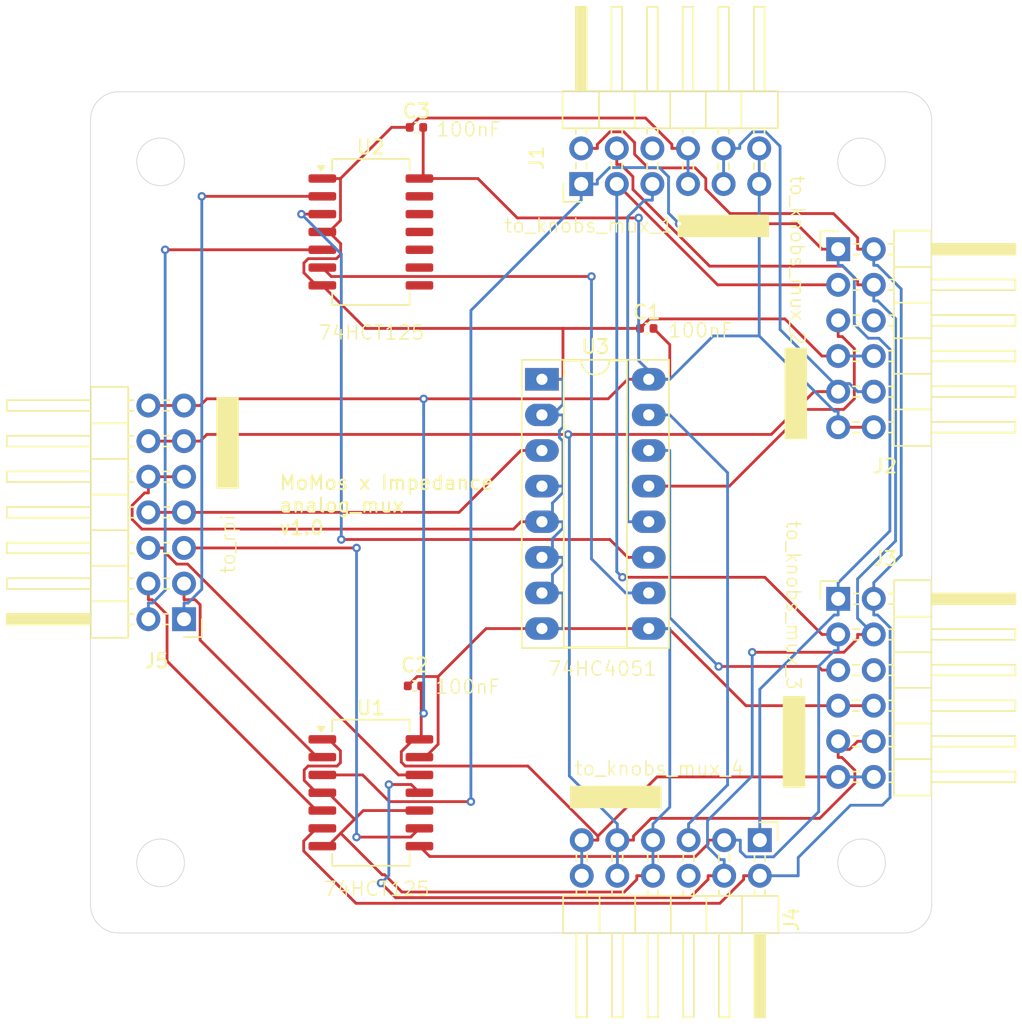
<source format=kicad_pcb>
(kicad_pcb (version 20240108) (generator "pcbnew") (generator_version "8.0")
  (layers (0 "F.Cu" signal) (31 "B.Cu" signal) (34 "B.Paste" user) (35 "F.Paste" user) (36 "B.SilkS" user "B.Silkscreen") (37 "F.SilkS" user "F.Silkscreen") (38 "B.Mask" user) (39 "F.Mask" user) (44 "Edge.Cuts" user))
  (net 0 "")
  (net 1 "+5V")
  (net 2 "GND")
  (net 3 "/knobs_sel_1_5V")
  (net 5 "/knobs_sel_0_5V")
  (net 6 "/knob_comm_1_3.3V")
  (net 7 "/knobs_sel_2_5V")
  (net 8 "+3.3V")
  (net 9 "/knobs_sel_3_5V")
  (net 10 "/knob_comm_2_3.3V")
  (net 13 "/knob_comm_3_3.3V")
  (net 15 "/knob_comm_4_3.3V")
  (net 16 "Net-(U3-S1)")
  (net 17 "Net-(U3-S0)")
  (net 18 "/mux_comm_3.3V")
  (net 19 "/knobs_sel_0_3.3V")
  (net 20 "/knobs_mux_sel_1_3.3V")
  (net 21 "/knobs_sel_1_3.3V")
  (net 22 "/knobs_mux_sel_0_3.3V")
  (net 23 "/knobs_sel_3_3.3V")
  (net 24 "/knobs_sel_2_3.3V")
  (footprint "Package_DIP:DIP-16_W7.62mm_Socket_LongPads" (layer "F.Cu") (at 132.2 120.51)
    (property "Reference" "U3")
    (property "Value" "4051" (hide yes))
  )
  (footprint "Capacitor_SMD:C_0402_1005Metric" (layer "F.Cu") (at 123.25 102.54)
    (property "Reference" "C3")
    (property "Value" "100n" (hide yes))
  )
  (footprint "Capacitor_SMD:C_0402_1005Metric" (layer "F.Cu") (at 123.11 142.38)
    (property "Reference" "C2")
    (property "Value" "100n" (hide yes))
  )
  (footprint "Connector_PinHeader_2.54mm:PinHeader_2x06_P2.54mm_Horizontal" (layer "F.Cu") (at 153.33 136.17)
    (property "Reference" "J3")
    (property "Value" "to_knobs_mux_3" (hide yes))
  )
  (footprint "Connector_PinHeader_2.54mm:PinHeader_2x06_P2.54mm_Horizontal" (layer "F.Cu") (at 153.33 111.23)
    (property "Reference" "J2")
    (property "Value" "to_knobs_mux_2" (hide yes))
  )
  (footprint "Connector_PinHeader_2.54mm:PinHeader_2x06_P2.54mm_Horizontal" (layer "F.Cu") (at 135 106.58 90)
    (property "Reference" "J1")
    (property "Value" "to_knobs_mux_1" (hide yes))
  )
  (footprint "Connector_PinHeader_2.54mm:PinHeader_2x06_P2.54mm_Horizontal" (layer "F.Cu") (at 147.74 153.38 -90)
    (property "Reference" "J4")
    (property "Value" "to_knobs_mux_4" (hide yes))
  )
  (footprint "Package_SO:SO-14_5.3x10.2mm_P1.27mm" (layer "F.Cu") (at 120 150)
    (property "Reference" "U1")
    (property "Value" "74HCT125" (hide yes))
  )
  (footprint "Connector_PinHeader_2.54mm:PinHeader_2x07_P2.54mm_Horizontal" (layer "F.Cu") (at 106.67 137.62 180)
    (property "Reference" "J5")
    (property "Value" "to_rpi" (hide yes))
  )
  (footprint "Capacitor_SMD:C_0402_1005Metric" (layer "F.Cu") (at 139.68 116.88)
    (property "Reference" "C1")
    (property "Value" "100n" (hide yes))
  )
  (footprint "Package_SO:SO-14_5.3x10.2mm_P1.27mm" (layer "F.Cu") (at 120 110)
    (property "Reference" "U2")
    (property "Value" "74LVC125" (hide yes))
  )
  (gr_rect (start 141.92 108.82) (end 148.35 110.32) (stroke (width 0.1)) (fill solid) (layer "F.SilkS"))
  (gr_rect (start 134.25 149.55) (end 140.68 151.05) (stroke (width 0.1)) (fill solid) (layer "F.SilkS"))
  (gr_poly (pts (xy 109.03 128.250001) (xy 109.03 121.820003) (xy 110.53 121.82) (xy 110.53 128.25)) (stroke (width 0.1)) (fill solid) (layer "F.SilkS"))
  (gr_poly (pts (xy 149.56 124.730001) (xy 149.56 118.300003) (xy 151.06 118.3) (xy 151.06 124.73)) (stroke (width 0.1)) (fill solid) (layer "F.SilkS"))
  (gr_poly (pts (xy 149.429999 149.580001) (xy 149.43 143.150003) (xy 150.93 143.15) (xy 150.93 149.58)) (stroke (width 0.1)) (fill solid) (layer "F.SilkS"))
  (gr_circle (center 105 105) (end 106.7 105) (stroke (width 0.05)) (fill none) (layer "Edge.Cuts"))
  (gr_arc (start 160 158) (mid 159.414214 159.414214) (end 158 160) (stroke (width 0.05)) (layer "Edge.Cuts"))
  (gr_line (start 100 158) (end 100 102) (stroke (width 0.05)) (layer "Edge.Cuts"))
  (gr_line (start 158 160) (end 102 160) (stroke (width 0.05)) (layer "Edge.Cuts"))
  (gr_arc (start 100 102) (mid 100.585786 100.585786) (end 102 100) (stroke (width 0.05)) (layer "Edge.Cuts"))
  (gr_arc (start 158 100) (mid 159.414214 100.585786) (end 160 102) (stroke (width 0.05)) (layer "Edge.Cuts"))
  (gr_circle (center 155 155) (end 156.7 155) (stroke (width 0.05)) (fill none) (layer "Edge.Cuts"))
  (gr_line (start 102 100) (end 158 100) (stroke (width 0.05)) (layer "Edge.Cuts"))
  (gr_arc (start 102 160) (mid 100.585786 159.414214) (end 100 158) (stroke (width 0.05)) (layer "Edge.Cuts"))
  (gr_line (start 160 102) (end 160 158) (stroke (width 0.05)) (layer "Edge.Cuts"))
  (gr_circle (center 155 105) (end 156.7 105) (stroke (width 0.05)) (fill none) (layer "Edge.Cuts"))
  (gr_circle (center 105 155) (end 106.7 155) (stroke (width 0.05)) (fill none) (layer "Edge.Cuts"))
  (gr_text "74HCT125\n" (at 116.18 117.76 0) (layer "F.SilkS") (effects (font (size 1 1) (thickness 0.1)) (justify left bottom)))
  (gr_text "to_knobs_mux_4" (at 134.46 148.85 0) (layer "F.SilkS") (effects (font (size 1 1) (thickness 0.1)) (justify left bottom)))
  (gr_text "100nF\n" (at 124.6 103.27 0) (layer "F.SilkS") (effects (font (size 1 1) (thickness 0.1)) (justify left bottom)))
  (gr_text "to_rpi\n" (at 110.4 134.44 90) (layer "F.SilkS") (effects (font (size 1 1) (thickness 0.1)) (justify left bottom)))
  (gr_text "to_knobs_mux_1" (at 129.45 110.13 0) (layer "F.SilkS") (effects (font (size 1 1) (thickness 0.1)) (justify left bottom)))
  (gr_text "100nF\n" (at 124.53 143.03 0) (layer "F.SilkS") (effects (font (size 1 1) (thickness 0.1)) (justify left bottom)))
  (gr_text "74HC4051" (at 132.57 141.74 0) (layer "F.SilkS") (effects (font (size 1 1) (thickness 0.1)) (justify left bottom)))
  (gr_text "to_knobs_mux_2" (at 149.84 105.89 -90) (layer "F.SilkS") (effects (font (size 1 1) (thickness 0.1)) (justify left bottom)))
  (gr_text "74HCT125\n" (at 116.56 157.44 0) (layer "F.SilkS") (effects (font (size 1 1) (thickness 0.1)) (justify left bottom)))
  (gr_text "100nF\n" (at 141.14 117.61 0) (layer "F.SilkS") (effects (font (size 1 1) (thickness 0.1)) (justify left bottom)))
  (gr_text "MoMos x Impedance\nanalog_mux\nv1.0" (at 113.39 131.69 0) (layer "F.SilkS") (effects (font (size 1 1)) (justify left bottom)))
  (gr_text "to_knobs_mux_3" (at 149.56 130.51 270) (layer "F.SilkS") (effects (font (size 1 1) (thickness 0.1)) (justify left bottom)))
  (segment (start 136.1917 153.38) (end 136.1917 153.0921) (width 0.2) (layer "F.Cu") (net 1))
  (segment (start 123.0482 146.19) (end 123.4625 146.19) (width 0.2) (layer "F.Cu") (net 1))
  (segment (start 153.33 123.93) (end 155.87 123.93) (width 0.2) (layer "F.Cu") (net 1))
  (segment (start 108.2991 121.9026) (end 123.764 121.9026) (width 0.2) (layer "F.Cu") (net 1))
  (segment (start 123.4625 146.19) (end 123.59 146.0625) (width 0.2) (layer "F.Cu") (net 1))
  (segment (start 104.13 122.38) (end 106.67 122.38) (width 0.2) (layer "F.Cu") (net 1))
  (segment (start 122.1693 147.0689) (end 123.0482 146.19) (width 0.2) (layer "F.Cu") (net 1))
  (segment (start 107.8217 122.38) (end 108.2991 121.9026) (width 0.2) (layer "F.Cu") (net 1))
  (segment (start 122.4492 148.095) (end 122.1693 147.8151) (width 0.2) (layer "F.Cu") (net 1))
  (segment (start 130.4408 108.9977) (end 127.6331 106.19) (width 0.2) (layer "F.Cu") (net 1))
  (segment (start 123.59 144.3331) (end 123.59 142.38) (width 0.2) (layer "F.Cu") (net 1))
  (segment (start 127.6331 106.19) (end 123.4625 106.19) (width 0.2) (layer "F.Cu") (net 1))
  (segment (start 136.1917 153.0921) (end 140.4138 148.87) (width 0.2) (layer "F.Cu") (net 1))
  (segment (start 141.3217 118.0417) (end 141.3217 120.51) (width 0.2) (layer "F.Cu") (net 1))
  (segment (start 106.67 122.38) (end 107.8217 122.38) (width 0.2) (layer "F.Cu") (net 1))
  (segment (start 139.82 120.51) (end 141.3217 120.51) (width 0.2) (layer "F.Cu") (net 1))
  (segment (start 123.764 121.9026) (end 136.9257 121.9026) (width 0.2) (layer "F.Cu") (net 1))
  (segment (start 123.59 146.0625) (end 123.59 144.3331) (width 0.2) (layer "F.Cu") (net 1))
  (segment (start 123.4625 106.19) (end 123.73 105.9225) (width 0.2) (layer "F.Cu") (net 1))
  (segment (start 136.9257 121.9026) (end 138.3183 120.51) (width 0.2) (layer "F.Cu") (net 1))
  (segment (start 136.1917 153.0921) (end 131.1946 148.095) (width 0.2) (layer "F.Cu") (net 1))
  (segment (start 139.1005 108.9977) (end 130.4408 108.9977) (width 0.2) (layer "F.Cu") (net 1))
  (segment (start 123.764 144.3331) (end 123.59 144.3331) (width 0.2) (layer "F.Cu") (net 1))
  (segment (start 131.1946 148.095) (end 122.4492 148.095) (width 0.2) (layer "F.Cu") (net 1))
  (segment (start 135.04 153.38) (end 136.1917 153.38) (width 0.2) (layer "F.Cu") (net 1))
  (segment (start 140.16 116.88) (end 141.3217 118.0417) (width 0.2) (layer "F.Cu") (net 1))
  (segment (start 123.73 105.9225) (end 123.73 102.54) (width 0.2) (layer "F.Cu") (net 1))
  (segment (start 122.1693 147.8151) (end 122.1693 147.0689) (width 0.2) (layer "F.Cu") (net 1))
  (segment (start 139.82 120.51) (end 138.3183 120.51) (width 0.2) (layer "F.Cu") (net 1))
  (segment (start 140.4138 148.87) (end 153.33 148.87) (width 0.2) (layer "F.Cu") (net 1))
  (via (at 139.1005 108.9977) (size 0.6) (drill 0.3) (layers "F.Cu" "B.Cu") (net 1))
  (via (at 123.764 144.3331) (size 0.6) (drill 0.3) (layers "F.Cu" "B.Cu") (net 1))
  (via (at 123.764 121.9026) (size 0.6) (drill 0.3) (layers "F.Cu" "B.Cu") (net 1))
  (segment (start 147.7 106.58) (end 147.7 104.04) (width 0.2) (layer "B.Cu") (net 1))
  (segment (start 147.7 106.58) (end 147.7 117.4168) (width 0.2) (layer "B.Cu") (net 1))
  (segment (start 144.4149 117.4168) (end 141.3217 120.51) (width 0.2) (layer "B.Cu") (net 1))
  (segment (start 147.7 117.4168) (end 153.0615 122.7783) (width 0.2) (layer "B.Cu") (net 1))
  (segment (start 139.82 120.51) (end 140.4259 120.51) (width 0.2) (layer "B.Cu") (net 1))
  (segment (start 153.0615 122.7783) (end 153.33 122.7783) (width 0.2) (layer "B.Cu") (net 1))
  (segment (start 147.7 117.4168) (end 144.4149 117.4168) (width 0.2) (layer "B.Cu") (net 1))
  (segment (start 153.33 123.93) (end 153.33 122.7783) (width 0.2) (layer "B.Cu") (net 1))
  (segment (start 140.4259 120.51) (end 141.3217 120.51) (width 0.2) (layer "B.Cu") (net 1))
  (segment (start 123.764 121.9026) (end 123.764 144.3331) (width 0.2) (layer "B.Cu") (net 1))
  (segment (start 153.33 148.87) (end 155.87 148.87) (width 0.2) (layer "B.Cu") (net 1))
  (segment (start 135.04 155.92) (end 135.04 153.38) (width 0.2) (layer "B.Cu") (net 1))
  (segment (start 139.1005 119.1846) (end 139.1005 108.9977) (width 0.2) (layer "B.Cu") (net 1))
  (segment (start 140.4259 120.51) (end 139.1005 119.1846) (width 0.2) (layer "B.Cu") (net 1))
  (segment (start 140.12 155.92) (end 138.9683 155.92) (width 0.2) (layer "F.Cu") (net 2))
  (segment (start 116.1186 113.81) (end 115.2215 112.9129) (width 0.2) (layer "F.Cu") (net 2))
  (segment (start 117.8294 106.19) (end 121.4794 102.54) (width 0.2) (layer "F.Cu") (net 2))
  (segment (start 124.7944 146.5418) (end 123.8762 147.46) (width 0.2) (layer "F.Cu") (net 2))
  (segment (start 115.5282 111.905) (end 117.5445 111.905) (width 0.2) (layer "F.Cu") (net 2))
  (segment (start 123.4373 101.8727) (end 122.77 102.54) (width 0.2) (layer "F.Cu") (net 2))
  (segment (start 141.4683 103.7521) (end 139.5889 101.8727) (width 0.2) (layer "F.Cu") (net 2))
  (segment (start 115.2443 149.1211) (end 116.1232 150) (width 0.2) (layer "F.Cu") (net 2))
  (segment (start 123.2985 141.7115) (end 124.7944 141.7115) (width 0.2) (layer "F.Cu") (net 2))
  (segment (start 116.5375 146.19) (end 117.006 146.19) (width 0.2) (layer "F.Cu") (net 2))
  (segment (start 115.2215 112.9129) (end 115.2215 112.2117) (width 0.2) (layer "F.Cu") (net 2))
  (segment (start 117.5914 148.095) (end 115.5241 148.095) (width 0.2) (layer "F.Cu") (net 2))
  (segment (start 138.0747 157.0821) (end 122.2156 157.0821) (width 0.2) (layer "F.Cu") (net 2))
  (segment (start 142.62 104.04) (end 141.4683 104.04) (width 0.2) (layer "F.Cu") (net 2))
  (segment (start 123.8762 147.46) (end 123.4625 147.46) (width 0.2) (layer "F.Cu") (net 2))
  (segment (start 139.82 138.29) (end 132.2 138.29) (width 0.2) (layer "F.Cu") (net 2))
  (segment (start 117.8434 152.8859) (end 118.8377 151.8916) (width 0.2) (layer "F.Cu") (net 2))
  (segment (start 117.8294 109.1797) (end 117.8294 106.19) (width 0.2) (layer "F.Cu") (net 2))
  (segment (start 155.87 143.79) (end 153.33 143.79) (width 0.2) (layer "F.Cu") (net 2))
  (segment (start 104.13 127.46) (end 106.67 127.46) (width 0.2) (layer "F.Cu") (net 2))
  (segment (start 140.2536 138.29) (end 139.82 138.29) (width 0.2) (layer "F.Cu") (net 2))
  (segment (start 116.5375 110) (end 117.0091 110) (width 0.2) (layer "F.Cu") (net 2))
  (segment (start 115.2443 148.3748) (end 115.2443 149.1211) (width 0.2) (layer "F.Cu") (net 2))
  (segment (start 138.9683 155.92) (end 138.9683 156.1885) (width 0.2) (layer "F.Cu") (net 2))
  (segment (start 119.4593 151.27) (end 123.4625 151.27) (width 0.2) (layer "F.Cu") (net 2))
  (segment (start 120.8018 155.8443) (end 117.8434 152.8859) (width 0.2) (layer "F.Cu") (net 2))
  (segment (start 103.6624 131.195) (end 102.9707 130.5033) (width 0.2) (layer "F.Cu") (net 2))
  (segment (start 102.9707 129.5025) (end 103.8615 128.6117) (width 0.2) (layer "F.Cu") (net 2))
  (segment (start 119.6075 116.88) (end 116.5375 113.81) (width 0.2) (layer "F.Cu") (net 2))
  (segment (start 122.63 142.38) (end 123.2985 141.7115) (width 0.2) (layer "F.Cu") (net 2))
  (segment (start 130.6983 130.67) (end 130.1733 131.195) (width 0.2) (layer "F.Cu") (net 2))
  (segment (start 122.2156 157.0821) (end 120.9778 155.8443) (width 0.2) (layer "F.Cu") (net 2))
  (segment (start 141.3217 138.3592) (end 146.7525 143.79) (width 0.2) (layer "F.Cu") (net 2))
  (segment (start 139.2 116.88) (end 133.7017 116.88) (width 0.2) (layer "F.Cu") (net 2))
  (segment (start 130.1733 131.195) (end 103.6624 131.195) (width 0.2) (layer "F.Cu") (net 2))
  (segment (start 102.9707 130.5033) (end 102.9707 129.5025) (width 0.2) (layer "F.Cu") (net 2))
  (segment (start 132.2 130.67) (end 130.6983 130.67) (width 0.2) (layer "F.Cu") (net 2))
  (segment (start 116.5375 153.81) (end 116.9193 153.81) (width 0.2) (layer "F.Cu") (net 2))
  (segment (start 124.7944 141.7115) (end 124.7944 146.5418) (width 0.2) (layer "F.Cu") (net 2))
  (segment (start 117.8431 111.6064) (end 117.8431 110.834) (width 0.2) (layer "F.Cu") (net 2))
  (segment (start 118.8377 151.8916) (end 119.4593 151.27) (width 0.2) (layer "F.Cu") (net 2))
  (segment (start 116.9193 153.81) (end 117.8434 152.8859) (width 0.2) (layer "F.Cu") (net 2))
  (segment (start 149.5305 116.2022) (end 139.8778 116.2022) (width 0.2) (layer "F.Cu") (net 2))
  (segment (start 116.1232 150) (end 116.5375 150) (width 0.2) (layer "F.Cu") (net 2))
  (segment (start 117.8294 106.19) (end 116.5375 106.19) (width 0.2) (layer "F.Cu") (net 2))
  (segment (start 116.5375 113.81) (end 116.1186 113.81) (width 0.2) (layer "F.Cu") (net 2))
  (segment (start 120.9778 155.8443) (end 120.8018 155.8443) (width 0.2) (layer "F.Cu") (net 2))
  (segment (start 133.7017 116.88) (end 119.6075 116.88) (width 0.2) (layer "F.Cu") (net 2))
  (segment (start 117.006 146.19) (end 117.8273 147.0113) (width 0.2) (layer "F.Cu") (net 2))
  (segment (start 140.2536 138.29) (end 141.3217 138.29) (width 0.2) (layer "F.Cu") (net 2))
  (segment (start 117.8273 147.0113) (end 117.8273 147.8591) (width 0.2) (layer "F.Cu") (net 2))
  (segment (start 116.9461 150) (end 118.8377 151.8916) (width 0.2) (layer "F.Cu") (net 2))
  (segment (start 141.4683 104.04) (end 141.4683 103.7521) (width 0.2) (layer "F.Cu") (net 2))
  (segment (start 117.8431 110.834) (end 117.0091 110) (width 0.2) (layer "F.Cu") (net 2))
  (segment (start 133.7017 116.88) (end 133.7017 120.51) (width 0.2) (layer "F.Cu") (net 2))
  (segment (start 117.5445 111.905) (end 117.8431 111.6064) (width 0.2) (layer "F.Cu") (net 2))
  (segment (start 124.7944 141.7115) (end 128.2159 138.29) (width 0.2) (layer "F.Cu") (net 2))
  (segment (start 116.5375 150) (end 116.9461 150) (width 0.2) (layer "F.Cu") (net 2))
  (segment (start 117.8273 147.8591) (end 117.5914 148.095) (width 0.2) (layer "F.Cu") (net 2))
  (segment (start 132.2 120.51) (end 133.7017 120.51) (width 0.2) (layer "F.Cu") (net 2))
  (segment (start 139.5889 101.8727) (end 123.4373 101.8727) (width 0.2) (layer "F.Cu") (net 2))
  (segment (start 146.7525 143.79) (end 153.33 143.79) (width 0.2) (layer "F.Cu") (net 2))
  (segment (start 138.9683 156.1885) (end 138.0747 157.0821) (width 0.2) (layer "F.Cu") (net 2))
  (segment (start 141.3217 138.29) (end 141.3217 138.3592) (width 0.2) (layer "F.Cu") (net 2))
  (segment (start 103.8615 128.6117) (end 104.13 128.6117) (width 0.2) (layer "F.Cu") (net 2))
  (segment (start 128.2159 138.29) (end 132.2 138.29) (width 0.2) (layer "F.Cu") (net 2))
  (segment (start 139.8778 116.2022) (end 139.2 116.88) (width 0.2) (layer "F.Cu") (net 2))
  (segment (start 104.13 127.46) (end 104.13 128.6117) (width 0.2) (layer "F.Cu") (net 2))
  (segment (start 117.0091 110) (end 117.8294 109.1797) (width 0.2) (layer "F.Cu") (net 2))
  (segment (start 152.1783 118.85) (end 149.5305 116.2022) (width 0.2) (layer "F.Cu") (net 2))
  (segment (start 153.33 118.85) (end 152.1783 118.85) (width 0.2) (layer "F.Cu") (net 2))
  (segment (start 115.5241 148.095) (end 115.2443 148.3748) (width 0.2) (layer "F.Cu") (net 2))
  (segment (start 115.2215 112.2117) (end 115.5282 111.905) (width 0.2) (layer "F.Cu") (net 2))
  (segment (start 121.4794 102.54) (end 122.77 102.54) (width 0.2) (layer "F.Cu") (net 2))
  (segment (start 132.9509 131.8771) (end 132.951 131.8771) (width 0.2) (layer "B.Cu") (net 2))
  (segment (start 132.951 134.4171) (end 132.9509 134.4171) (width 0.2) (layer "B.Cu") (net 2))
  (segment (start 133.4494 124.6739) (end 133.7017 124.9262) (width 0.2) (layer "B.Cu") (net 2))
  (segment (start 140.12 153.38) (end 140.12 152.2283) (width 0.2) (layer "B.Cu") (net 2))
  (segment (start 133.7017 133.21) (end 133.7017 133.6664) (width 0.2) (layer "B.Cu") (net 2))
  (segment (start 132.2 135.75) (end 132.9509 135.75) (width 0.2) (layer "B.Cu") (net 2))
  (segment (start 132.2 123.05) (end 132.9509 123.05) (width 0.2) (layer "B.Cu") (net 2))
  (segment (start 132.9509 123.05) (end 133.7017 122.2992) (width 0.2) (layer "B.Cu") (net 2))
  (segment (start 133.4494 124.1757) (end 133.4494 124.6739) (width 0.2) (layer "B.Cu") (net 2))
  (segment (start 132.2 138.29) (end 133.7017 138.29) (width 0.2) (layer "B.Cu") (net 2))
  (segment (start 133.6009 128.13) (end 133.7002 128.13) (width 0.2) (layer "B.Cu") (net 2))
  (segment (start 132.9509 130.67) (end 132.9509 129.3371) (width 0.2) (layer "B.Cu") (net 2))
  (segment (start 132.9509 129.3371) (end 132.951 129.3371) (width 0.2) (layer "B.Cu") (net 2))
  (segment (start 133.7017 123.9234) (end 133.4494 124.1757) (width 0.2) (layer "B.Cu") (net 2))
  (segment (start 133.7017 128.5864) (end 133.7017 128.13) (width 0.2) (layer "B.Cu") (net 2))
  (segment (start 133.7002 128.13) (end 133.7017 128.13) (width 0.2) (layer "B.Cu") (net 2))
  (segment (start 141.3217 151.0266) (end 141.3217 138.29) (width 0.2) (layer "B.Cu") (net 2))
  (segment (start 132.2 133.21) (end 132.9509 133.21) (width 0.2) (layer "B.Cu") (net 2))
  (segment (start 140.12 155.92) (end 140.12 153.38) (width 0.2) (layer "B.Cu") (net 2))
  (segment (start 132.9509 135.75) (end 133.7017 135.75) (width 0.2) (layer "B.Cu") (net 2))
  (segment (start 133.7017 123.05) (end 133.7017 123.9234) (width 0.2) (layer "B.Cu") (net 2))
  (segment (start 132.2 128.13) (end 133.6009 128.13) (width 0.2) (layer "B.Cu") (net 2))
  (segment (start 132.9509 123.05) (end 133.7017 123.05) (width 0.2) (layer "B.Cu") (net 2))
  (segment (start 139.82 138.29) (end 141.3217 138.29) (width 0.2) (layer "B.Cu") (net 2))
  (segment (start 132.951 131.8771) (end 133.7017 131.1264) (width 0.2) (layer "B.Cu") (net 2))
  (segment (start 133.7017 128.1285) (end 133.7002 128.13) (width 0.2) (layer "B.Cu") (net 2))
  (segment (start 132.9509 130.67) (end 133.7017 130.67) (width 0.2) (layer "B.Cu") (net 2))
  (segment (start 140.12 152.2283) (end 141.3217 151.0266) (width 0.2) (layer "B.Cu") (net 2))
  (segment (start 133.7017 124.9262) (end 133.7017 128.1285) (width 0.2) (layer "B.Cu") (net 2))
  (segment (start 153.33 118.85) (end 155.87 118.85) (width 0.2) (layer "B.Cu") (net 2))
  (segment (start 132.2 130.67) (end 132.9509 130.67) (width 0.2) (layer "B.Cu") (net 2))
  (segment (start 142.62 106.58) (end 142.62 104.04) (width 0.2) (layer "B.Cu") (net 2))
  (segment (start 133.7017 131.1264) (end 133.7017 130.67) (width 0.2) (layer "B.Cu") (net 2))
  (segment (start 132.9509 133.21) (end 132.9509 131.8771) (width 0.2) (layer "B.Cu") (net 2))
  (segment (start 133.7017 133.6664) (end 132.951 134.4171) (width 0.2) (layer "B.Cu") (net 2))
  (segment (start 132.9509 133.21) (end 133.7017 133.21) (width 0.2) (layer "B.Cu") (net 2))
  (segment (start 132.951 129.3371) (end 133.7017 128.5864) (width 0.2) (layer "B.Cu") (net 2))
  (segment (start 132.2 120.51) (end 133.7017 120.51) (width 0.2) (layer "B.Cu") (net 2))
  (segment (start 133.7017 135.75) (end 133.7017 138.29) (width 0.2) (layer "B.Cu") (net 2))
  (segment (start 133.7017 122.2992) (end 133.7017 120.51) (width 0.2) (layer "B.Cu") (net 2))
  (segment (start 132.9509 134.4171) (end 132.9509 135.75) (width 0.2) (layer "B.Cu") (net 2))
  (segment (start 152.9913 108.6885) (end 154.7183 110.4155) (width 0.2) (layer "F.Cu") (net 3))
  (segment (start 143.89 106.1846) (end 143.89 106.9574) (width 0.2) (layer "F.Cu") (net 3))
  (segment (start 116.1167 152.54) (end 115.2088 153.4479) (width 0.2) (layer "F.Cu") (net 3))
  (segment (start 146.5883 156.1885) (end 146.5883 155.92) (width 0.2) (layer "F.Cu") (net 3))
  (segment (start 147.74 155.92) (end 146.5883 155.92) (width 0.2) (layer "F.Cu") (net 3))
  (segment (start 115.2088 153.4479) (end 115.2088 154.1585) (width 0.2) (layer "F.Cu") (net 3))
  (segment (start 136.1517 103.7521) (end 137.0444 102.8594) (width 0.2) (layer "F.Cu") (net 3))
  (segment (start 136.1517 104.04) (end 136.1517 103.7521) (width 0.2) (layer "F.Cu") (net 3))
  (segment (start 116.5375 152.54) (end 116.1167 152.54) (width 0.2) (layer "F.Cu") (net 3))
  (segment (start 145.6211 108.6885) (end 152.9913 108.6885) (width 0.2) (layer "F.Cu") (net 3))
  (segment (start 135 104.04) (end 136.1517 104.04) (width 0.2) (layer "F.Cu") (net 3))
  (segment (start 138.046 102.8594) (end 138.81 103.6234) (width 0.2) (layer "F.Cu") (net 3))
  (segment (start 143.1337 105.4283) (end 143.89 106.1846) (width 0.2) (layer "F.Cu") (net 3))
  (segment (start 139.7799 105.4283) (end 143.1337 105.4283) (width 0.2) (layer "F.Cu") (net 3))
  (segment (start 138.81 103.6234) (end 138.81 104.4584) (width 0.2) (layer "F.Cu") (net 3))
  (segment (start 155.87 111.23) (end 154.7183 111.23) (width 0.2) (layer "F.Cu") (net 3))
  (segment (start 144.8913 157.8855) (end 146.5883 156.1885) (width 0.2) (layer "F.Cu") (net 3))
  (segment (start 137.0444 102.8594) (end 138.046 102.8594) (width 0.2) (layer "F.Cu") (net 3))
  (segment (start 143.89 106.9574) (end 145.6211 108.6885) (width 0.2) (layer "F.Cu") (net 3))
  (segment (start 138.81 104.4584) (end 139.7799 105.4283) (width 0.2) (layer "F.Cu") (net 3))
  (segment (start 118.9358 157.8855) (end 144.8913 157.8855) (width 0.2) (layer "F.Cu") (net 3))
  (segment (start 154.7183 110.4155) (end 154.7183 111.23) (width 0.2) (layer "F.Cu") (net 3))
  (segment (start 115.2088 154.1585) (end 118.9358 157.8855) (width 0.2) (layer "F.Cu") (net 3))
  (segment (start 155.87 137.3217) (end 155.87 136.17) (width 0.2) (layer "B.Cu") (net 3))
  (segment (start 157.0325 138.2157) (end 156.1385 137.3217) (width 0.2) (layer "B.Cu") (net 3))
  (segment (start 156.48 150.89) (end 157.0325 150.3375) (width 0.2) (layer "B.Cu") (net 3))
  (segment (start 155.87 135.0183) (end 157.8266 133.0617) (width 0.2) (layer "B.Cu") (net 3))
  (segment (start 157.8266 114.0698) (end 156.1385 112.3817) (width 0.2) (layer "B.Cu") (net 3))
  (segment (start 154.21 150.89) (end 156.48 150.89) (width 0.2) (layer "B.Cu") (net 3))
  (segment (start 155.87 111.23) (end 155.87 112.3817) (width 0.2) (layer "B.Cu") (net 3))
  (segment (start 156.1385 112.3817) (end 155.87 112.3817) (width 0.2) (layer "B.Cu") (net 3))
  (segment (start 147.74 155.92) (end 150.48 155.92) (width 0.2) (layer "B.Cu") (net 3))
  (segment (start 155.87 136.17) (end 155.87 135.0183) (width 0.2) (layer "B.Cu") (net 3))
  (segment (start 156.1385 137.3217) (end 155.87 137.3217) (width 0.2) (layer "B.Cu") (net 3))
  (segment (start 157.8266 133.0617) (end 157.8266 114.0698) (width 0.2) (layer "B.Cu") (net 3))
  (segment (start 150.48 154.62) (end 154.21 150.89) (width 0.2) (layer "B.Cu") (net 3))
  (segment (start 157.0325 150.3375) (end 157.0325 138.2157) (width 0.2) (layer "B.Cu") (net 3))
  (segment (start 150.48 155.92) (end 150.48 154.62) (width 0.2) (layer "B.Cu") (net 3))
  (segment (start 121.3177 150.6349) (end 127.1337 150.6349) (width 0.2) (layer "F.Cu") (net 5))
  (segment (start 119.4128 148.73) (end 121.3177 150.6349) (width 0.2) (layer "F.Cu") (net 5))
  (segment (start 141.9869 109.413) (end 150.3613 109.413) (width 0.2) (layer "F.Cu") (net 5))
  (segment (start 116.5375 148.73) (end 119.4128 148.73) (width 0.2) (layer "F.Cu") (net 5))
  (segment (start 153.33 111.23) (end 152.1783 111.23) (width 0.2) (layer "F.Cu") (net 5))
  (segment (start 150.3613 109.413) (end 152.1783 111.23) (width 0.2) (layer "F.Cu") (net 5))
  (via (at 141.9869 109.413) (size 0.6) (drill 0.3) (layers "F.Cu" "B.Cu") (net 5))
  (via (at 127.1337 150.6349) (size 0.6) (drill 0.3) (layers "F.Cu" "B.Cu") (net 5))
  (segment (start 147.74 142.6238) (end 153.0421 137.3217) (width 0.2) (layer "B.Cu") (net 5))
  (segment (start 155.4749 117.58) (end 154.4817 116.5868) (width 0.2) (layer "B.Cu") (net 5))
  (segment (start 153.33 111.23) (end 153.33 112.3817) (width 0.2) (layer "B.Cu") (net 5))
  (segment (start 136.1517 106.2921) (end 137.0331 105.4107) (width 0.2) (layer "B.Cu") (net 5))
  (segment (start 156.2299 117.58) (end 155.4749 117.58) (width 0.2) (layer "B.Cu") (net 5))
  (segment (start 141.2317 106.0679) (end 141.2317 108.6578) (width 0.2) (layer "B.Cu") (net 5))
  (segment (start 157.0217 131.3266) (end 157.0217 118.3718) (width 0.2) (layer "B.Cu") (net 5))
  (segment (start 140.5745 105.4107) (end 141.2317 106.0679) (width 0.2) (layer "B.Cu") (net 5))
  (segment (start 153.0421 137.3217) (end 153.33 137.3217) (width 0.2) (layer "B.Cu") (net 5))
  (segment (start 154.4817 113.2454) (end 153.618 112.3817) (width 0.2) (layer "B.Cu") (net 5))
  (segment (start 154.4817 116.5868) (end 154.4817 113.2454) (width 0.2) (layer "B.Cu") (net 5))
  (segment (start 136.1517 106.58) (end 136.1517 106.2921) (width 0.2) (layer "B.Cu") (net 5))
  (segment (start 135 106.58) (end 135 107.7317) (width 0.2) (layer "B.Cu") (net 5))
  (segment (start 153.33 135.0183) (end 157.0217 131.3266) (width 0.2) (layer "B.Cu") (net 5))
  (segment (start 135 107.7317) (end 127.1337 115.598) (width 0.2) (layer "B.Cu") (net 5))
  (segment (start 153.33 136.7458) (end 153.33 137.3217) (width 0.2) (layer "B.Cu") (net 5))
  (segment (start 135 106.58) (end 136.1517 106.58) (width 0.2) (layer "B.Cu") (net 5))
  (segment (start 157.0217 118.3718) (end 156.2299 117.58) (width 0.2) (layer "B.Cu") (net 5))
  (segment (start 153.618 112.3817) (end 153.33 112.3817) (width 0.2) (layer "B.Cu") (net 5))
  (segment (start 147.74 153.38) (end 147.74 142.6238) (width 0.2) (layer "B.Cu") (net 5))
  (segment (start 141.2317 108.6578) (end 141.9869 109.413) (width 0.2) (layer "B.Cu") (net 5))
  (segment (start 153.33 136.7458) (end 153.33 136.17) (width 0.2) (layer "B.Cu") (net 5))
  (segment (start 137.0331 105.4107) (end 140.5745 105.4107) (width 0.2) (layer "B.Cu") (net 5))
  (segment (start 127.1337 115.598) (end 127.1337 150.6349) (width 0.2) (layer "B.Cu") (net 5))
  (segment (start 153.33 136.17) (end 153.33 135.0183) (width 0.2) (layer "B.Cu") (net 5))
  (segment (start 138.3183 108.9291) (end 139.5157 107.7317) (width 0.2) (layer "B.Cu") (net 6))
  (segment (start 139.82 130.67) (end 138.3183 130.67) (width 0.2) (layer "B.Cu") (net 6))
  (segment (start 140.08 106.58) (end 140.08 107.7317) (width 0.2) (layer "B.Cu") (net 6))
  (segment (start 138.3183 130.67) (end 138.3183 108.9291) (width 0.2) (layer "B.Cu") (net 6))
  (segment (start 139.5157 107.7317) (end 140.08 107.7317) (width 0.2) (layer "B.Cu") (net 6))
  (segment (start 143.1518 154.545) (end 144.0483 153.6485) (width 0.2) (layer "F.Cu") (net 7))
  (segment (start 124.1975 154.545) (end 143.1518 154.545) (width 0.2) (layer "F.Cu") (net 7))
  (segment (start 144.73 113.77) (end 153.33 113.77) (width 0.2) (layer "F.Cu") (net 7))
  (segment (start 123.4625 153.81) (end 124.1975 154.545) (width 0.2) (layer "F.Cu") (net 7))
  (segment (start 148.0996 134.6313) (end 137.9418 134.6313) (width 0.2) (layer "F.Cu") (net 7))
  (segment (start 137.54 106.58) (end 144.73 113.77) (width 0.2) (layer "F.Cu") (net 7))
  (segment (start 152.1783 138.71) (end 148.0996 134.6313) (width 0.2) (layer "F.Cu") (net 7))
  (segment (start 144.0483 153.6485) (end 144.0483 153.38) (width 0.2) (layer "F.Cu") (net 7))
  (segment (start 145.2 153.38) (end 144.0483 153.38) (width 0.2) (layer "F.Cu") (net 7))
  (segment (start 153.33 138.71) (end 152.1783 138.71) (width 0.2) (layer "F.Cu") (net 7))
  (via (at 137.9418 134.6313) (size 0.6) (drill 0.3) (layers "F.Cu" "B.Cu") (net 7))
  (segment (start 151.9402 151.3541) (end 151.9402 140.983) (width 0.2) (layer "B.Cu") (net 7))
  (segment (start 137.54 134.2295) (end 137.9418 134.6313) (width 0.2) (layer "B.Cu") (net 7))
  (segment (start 146.3517 153.38) (end 146.3517 154.1718) (width 0.2) (layer "B.Cu") (net 7))
  (segment (start 145.2 153.38) (end 146.3517 153.38) (width 0.2) (layer "B.Cu") (net 7))
  (segment (start 153.0615 139.8617) (end 153.33 139.8617) (width 0.2) (layer "B.Cu") (net 7))
  (segment (start 137.54 106.58) (end 137.54 107.7317) (width 0.2) (layer "B.Cu") (net 7))
  (segment (start 153.33 138.71) (end 153.33 139.8617) (width 0.2) (layer "B.Cu") (net 7))
  (segment (start 146.7505 154.5706) (end 148.7237 154.5706) (width 0.2) (layer "B.Cu") (net 7))
  (segment (start 137.54 107.7317) (end 137.54 134.2295) (width 0.2) (layer "B.Cu") (net 7))
  (segment (start 146.3517 154.1718) (end 146.7505 154.5706) (width 0.2) (layer "B.Cu") (net 7))
  (segment (start 148.7237 154.5706) (end 151.9402 151.3541) (width 0.2) (layer "B.Cu") (net 7))
  (segment (start 151.9402 140.983) (end 153.0615 139.8617) (width 0.2) (layer "B.Cu") (net 7))
  (segment (start 138.7317 153.092) (end 138.7317 153.38) (width 0.2) (layer "F.Cu") (net 8))
  (segment (start 108.2991 124.4426) (end 107.8217 124.92) (width 0.2) (layer "F.Cu") (net 8))
  (segment (start 153.5985 147.4817) (end 154.5206 148.4038) (width 0.2) (layer "F.Cu") (net 8))
  (segment (start 152.1783 121.39) (end 151.6104 121.39) (width 0.2) (layer "F.Cu") (net 8))
  (segment (start 137.58 153.38) (end 138.7317 153.38) (width 0.2) (layer "F.Cu") (net 8))
  (segment (start 154.1425 146.9058) (end 154.7183 146.33) (width 0.2) (layer "F.Cu") (net 8))
  (segment (start 151.6104 121.39) (end 148.5578 124.4426) (width 0.2) (layer "F.Cu") (net 8))
  (segment (start 106.67 124.92) (end 107.8217 124.92) (width 0.2) (layer "F.Cu") (net 8))
  (segment (start 153.33 147.4817) (end 153.5985 147.4817) (width 0.2) (layer "F.Cu") (net 8))
  (segment (start 104.13 124.92) (end 106.67 124.92) (width 0.2) (layer "F.Cu") (net 8))
  (segment (start 139.9971 151.8266) (end 138.7317 153.092) (width 0.2) (layer "F.Cu") (net 8))
  (segment (start 155.87 146.33) (end 154.7183 146.33) (width 0.2) (layer "F.Cu") (net 8))
  (segment (start 134.0689 124.4426) (end 108.2991 124.4426) (width 0.2) (layer "F.Cu") (net 8))
  (segment (start 152.0152 151.8266) (end 139.9971 151.8266) (width 0.2) (layer "F.Cu") (net 8))
  (segment (start 153.33 146.9058) (end 153.33 147.4817) (width 0.2) (layer "F.Cu") (net 8))
  (segment (start 153.33 146.33) (end 153.33 146.9058) (width 0.2) (layer "F.Cu") (net 8))
  (segment (start 153.33 146.9058) (end 154.1425 146.9058) (width 0.2) (layer "F.Cu") (net 8))
  (segment (start 148.5578 124.4426) (end 134.0689 124.4426) (width 0.2) (layer "F.Cu") (net 8))
  (segment (start 154.5206 149.3212) (end 152.0152 151.8266) (width 0.2) (layer "F.Cu") (net 8))
  (segment (start 153.33 121.39) (end 152.1783 121.39) (width 0.2) (layer "F.Cu") (net 8))
  (segment (start 154.5206 148.4038) (end 154.5206 149.3212) (width 0.2) (layer "F.Cu") (net 8))
  (via (at 134.0689 124.4426) (size 0.6) (drill 0.3) (layers "F.Cu" "B.Cu") (net 8))
  (segment (start 145.16 104.04) (end 146.3117 104.04) (width 0.2) (layer "B.Cu") (net 8))
  (segment (start 153.33 120.8141) (end 154.1424 120.8141) (width 0.2) (layer "B.Cu") (net 8))
  (segment (start 149.1873 116.9593) (end 149.1873 103.8904) (width 0.2) (layer "B.Cu") (net 8))
  (segment (start 153.33 121.102) (end 153.33 120.8141) (width 0.2) (layer "B.Cu") (net 8))
  (segment (start 147.2198 102.8634) (end 146.3117 103.7715) (width 0.2) (layer "B.Cu") (net 8))
  (segment (start 148.1603 102.8634) (end 147.2198 102.8634) (width 0.2) (layer "B.Cu") (net 8))
  (segment (start 149.1873 103.8904) (end 148.1603 102.8634) (width 0.2) (layer "B.Cu") (net 8))
  (segment (start 134.0689 124.4426) (end 134.156 124.5297) (width 0.2) (layer "B.Cu") (net 8))
  (segment (start 137.58 155.92) (end 137.58 153.38) (width 0.2) (layer "B.Cu") (net 8))
  (segment (start 154.9588 121.39) (end 154.7198 121.39) (width 0.2) (layer "B.Cu") (net 8))
  (segment (start 134.156 148.8043) (end 137.58 152.2283) (width 0.2) (layer "B.Cu") (net 8))
  (segment (start 154.7198 121.39) (end 154.7183 121.39) (width 0.2) (layer "B.Cu") (net 8))
  (segment (start 137.58 153.38) (end 137.58 152.2283) (width 0.2) (layer "B.Cu") (net 8))
  (segment (start 154.1424 120.8141) (end 154.7183 121.39) (width 0.2) (layer "B.Cu") (net 8))
  (segment (start 153.33 121.39) (end 153.33 121.102) (width 0.2) (layer "B.Cu") (net 8))
  (segment (start 155.87 121.39) (end 154.9588 121.39) (width 0.2) (layer "B.Cu") (net 8))
  (segment (start 145.16 104.04) (end 145.16 106.58) (width 0.2) (layer "B.Cu") (net 8))
  (segment (start 146.3117 103.7715) (end 146.3117 104.04) (width 0.2) (layer "B.Cu") (net 8))
  (segment (start 153.33 121.102) (end 149.1873 116.9593) (width 0.2) (layer "B.Cu") (net 8))
  (segment (start 134.156 124.5297) (end 134.156 148.8043) (width 0.2) (layer "B.Cu") (net 8))
  (segment (start 142.753 157.4838) (end 144.0483 156.1885) (width 0.2) (layer "F.Cu") (net 9))
  (segment (start 155.87 113.77) (end 154.7183 113.77) (width 0.2) (layer "F.Cu") (net 9))
  (segment (start 137.54 105.1917) (end 137.828 105.1917) (width 0.2) (layer "F.Cu") (net 9))
  (segment (start 153.7362 139.98) (end 147.2006 139.98) (width 0.2) (layer "F.Cu") (net 9))
  (segment (start 121.7664 157.4838) (end 142.753 157.4838) (width 0.2) (layer "F.Cu") (net 9))
  (segment (start 138.6917 106.0554) (end 138.6917 106.9686) (width 0.2) (layer "F.Cu") (net 9))
  (segment (start 123.4625 150) (end 122.8761 149.4136) (width 0.2) (layer "F.Cu") (net 9))
  (segment (start 154.7183 138.71) (end 154.7183 138.9979) (width 0.2) (layer "F.Cu") (net 9))
  (segment (start 155.87 138.71) (end 154.7183 138.71) (width 0.2) (layer "F.Cu") (net 9))
  (segment (start 137.828 105.1917) (end 138.6917 106.0554) (width 0.2) (layer "F.Cu") (net 9))
  (segment (start 137.54 104.04) (end 137.54 105.1917) (width 0.2) (layer "F.Cu") (net 9))
  (segment (start 122.8761 149.4136) (end 121.283 149.4136) (width 0.2) (layer "F.Cu") (net 9))
  (segment (start 153.6568 112.44) (end 154.7183 113.5015) (width 0.2) (layer "F.Cu") (net 9))
  (segment (start 144.0483 156.1885) (end 144.0483 155.92) (width 0.2) (layer "F.Cu") (net 9))
  (segment (start 120.7286 156.446) (end 121.7664 157.4838) (width 0.2) (layer "F.Cu") (net 9))
  (segment (start 154.7183 138.9979) (end 153.7362 139.98) (width 0.2) (layer "F.Cu") (net 9))
  (segment (start 144.1631 112.44) (end 153.6568 112.44) (width 0.2) (layer "F.Cu") (net 9))
  (segment (start 145.2 155.92) (end 144.0483 155.92) (width 0.2) (layer "F.Cu") (net 9))
  (segment (start 138.6917 106.9686) (end 144.1631 112.44) (width 0.2) (layer "F.Cu") (net 9))
  (segment (start 154.7183 113.5015) (end 154.7183 113.77) (width 0.2) (layer "F.Cu") (net 9))
  (via (at 121.283 149.4136) (size 0.6) (drill 0.3) (layers "F.Cu" "B.Cu") (net 9))
  (via (at 120.7286 156.446) (size 0.6) (drill 0.3) (layers "F.Cu" "B.Cu") (net 9))
  (via (at 147.2006 139.98) (size 0.6) (drill 0.3) (layers "F.Cu" "B.Cu") (net 9))
  (segment (start 145.2 154.7683) (end 144.9121 154.7683) (width 0.2) (layer "B.Cu") (net 9))
  (segment (start 155.87 113.77) (end 155.87 114.9217) (width 0.2) (layer "B.Cu") (net 9))
  (segment (start 147.2006 148.803) (end 147.2006 139.98) (width 0.2) (layer "B.Cu") (net 9))
  (segment (start 157.4249 132.0387) (end 154.7138 134.7498) (width 0.2) (layer "B.Cu") (net 9))
  (segment (start 144.9121 154.7683) (end 144.0094 153.8656) (width 0.2) (layer "B.Cu") (net 9))
  (segment (start 121.283 155.8916) (end 120.7286 156.446) (width 0.2) (layer "B.Cu") (net 9))
  (segment (start 154.7138 134.7498) (end 154.7138 137.5538) (width 0.2) (layer "B.Cu") (net 9))
  (segment (start 121.283 149.4136) (end 121.283 155.8916) (width 0.2) (layer "B.Cu") (net 9))
  (segment (start 157.4249 116.1887) (end 157.4249 132.0387) (width 0.2) (layer "B.Cu") (net 9))
  (segment (start 144.0094 151.9942) (end 147.2006 148.803) (width 0.2) (layer "B.Cu") (net 9))
  (segment (start 145.2 155.92) (end 145.2 154.7683) (width 0.2) (layer "B.Cu") (net 9))
  (segment (start 154.7138 137.5538) (end 155.87 138.71) (width 0.2) (layer "B.Cu") (net 9))
  (segment (start 156.1579 114.9217) (end 157.4249 116.1887) (width 0.2) (layer "B.Cu") (net 9))
  (segment (start 155.87 114.9217) (end 156.1579 114.9217) (width 0.2) (layer "B.Cu") (net 9))
  (segment (start 144.0094 153.8656) (end 144.0094 151.9942) (width 0.2) (layer "B.Cu") (net 9))
  (segment (start 154.4817 118.3254) (end 154.4817 121.9024) (width 0.2) (layer "F.Cu") (net 10))
  (segment (start 153.7241 122.66) (end 151.0385 122.66) (width 0.2) (layer "F.Cu") (net 10))
  (segment (start 151.0385 122.66) (end 145.5685 128.13) (width 0.2) (layer "F.Cu") (net 10))
  (segment (start 153.33 117.4617) (end 153.618 117.4617) (width 0.2) (layer "F.Cu") (net 10))
  (segment (start 145.5685 128.13) (end 139.82 128.13) (width 0.2) (layer "F.Cu") (net 10))
  (segment (start 153.33 116.31) (end 153.33 117.4617) (width 0.2) (layer "F.Cu") (net 10))
  (segment (start 153.618 117.4617) (end 154.4817 118.3254) (width 0.2) (layer "F.Cu") (net 10))
  (segment (start 154.4817 121.9024) (end 153.7241 122.66) (width 0.2) (layer "F.Cu") (net 10))
  (segment (start 153.33 141.25) (end 152.1783 141.25) (width 0.2) (layer "F.Cu") (net 13))
  (segment (start 151.9218 140.9935) (end 152.1783 141.25) (width 0.2) (layer "F.Cu") (net 13))
  (segment (start 144.8068 140.9935) (end 151.9218 140.9935) (width 0.2) (layer "F.Cu") (net 13))
  (via (at 144.8068 140.9935) (size 0.6) (drill 0.3) (layers "F.Cu" "B.Cu") (net 13))
  (segment (start 139.82 125.59) (end 141.3217 125.59) (width 0.2) (layer "B.Cu") (net 13))
  (segment (start 141.3217 125.59) (end 141.3217 137.5084) (width 0.2) (layer "B.Cu") (net 13))
  (segment (start 141.3217 137.5084) (end 144.8068 140.9935) (width 0.2) (layer "B.Cu") (net 13))
  (segment (start 139.82 123.05) (end 141.3217 123.05) (width 0.2) (layer "B.Cu") (net 15))
  (segment (start 145.4431 127.1714) (end 145.4431 149.4452) (width 0.2) (layer "B.Cu") (net 15))
  (segment (start 145.4431 149.4452) (end 142.66 152.2283) (width 0.2) (layer "B.Cu") (net 15))
  (segment (start 142.66 153.38) (end 142.66 152.2283) (width 0.2) (layer "B.Cu") (net 15))
  (segment (start 141.3217 123.05) (end 145.4431 127.1714) (width 0.2) (layer "B.Cu") (net 15))
  (segment (start 116.5375 112.54) (end 117.174 113.1765) (width 0.2) (layer "F.Cu") (net 16))
  (segment (start 117.174 113.1765) (end 135.7338 113.1765) (width 0.2) (layer "F.Cu") (net 16))
  (via (at 135.7338 113.1765) (size 0.6) (drill 0.3) (layers "F.Cu" "B.Cu") (net 16))
  (segment (start 135.7338 113.1765) (end 135.7338 133.3171) (width 0.2) (layer "B.Cu") (net 16))
  (segment (start 135.7338 133.3171) (end 138.1667 135.75) (width 0.2) (layer "B.Cu") (net 16))
  (segment (start 139.82 135.75) (end 138.3183 135.75) (width 0.2) (layer "B.Cu") (net 16))
  (segment (start 138.1667 135.75) (end 138.3183 135.75) (width 0.2) (layer "B.Cu") (net 16))
  (segment (start 137.0448 131.9365) (end 138.3183 133.21) (width 0.2) (layer "F.Cu") (net 17))
  (segment (start 117.8886 131.9365) (end 137.0448 131.9365) (width 0.2) (layer "F.Cu") (net 17))
  (segment (start 116.5375 108.73) (end 115.0458 108.73) (width 0.2) (layer "F.Cu") (net 17))
  (segment (start 139.82 133.21) (end 138.3183 133.21) (width 0.2) (layer "F.Cu") (net 17))
  (via (at 117.8886 131.9365) (size 0.6) (drill 0.3) (layers "F.Cu" "B.Cu") (net 17))
  (via (at 115.0458 108.73) (size 0.6) (drill 0.3) (layers "F.Cu" "B.Cu") (net 17))
  (segment (start 117.8886 111.5728) (end 115.0458 108.73) (width 0.2) (layer "B.Cu") (net 17))
  (segment (start 117.8886 131.9365) (end 117.8886 111.5728) (width 0.2) (layer "B.Cu") (net 17))
  (segment (start 104.13 130) (end 106.67 130) (width 0.2) (layer "F.Cu") (net 18))
  (segment (start 126.2883 130) (end 130.6983 125.59) (width 0.2) (layer "F.Cu") (net 18))
  (segment (start 132.2 125.59) (end 130.6983 125.59) (width 0.2) (layer "F.Cu") (net 18))
  (segment (start 106.67 130) (end 126.2883 130) (width 0.2) (layer "F.Cu") (net 18))
  (segment (start 106.67 136.2317) (end 107.4618 136.2317) (width 0.2) (layer "F.Cu") (net 19))
  (segment (start 116.1691 147.46) (end 116.5375 147.46) (width 0.2) (layer "F.Cu") (net 19))
  (segment (start 106.67 135.08) (end 106.67 136.2317) (width 0.2) (layer "F.Cu") (net 19))
  (segment (start 107.8217 139.1126) (end 116.1691 147.46) (width 0.2) (layer "F.Cu") (net 19))
  (segment (start 107.8217 136.5916) (end 107.8217 139.1126) (width 0.2) (layer "F.Cu") (net 19))
  (segment (start 107.4618 136.2317) (end 107.8217 136.5916) (width 0.2) (layer "F.Cu") (net 19))
  (segment (start 116.5375 111.27) (end 105.3249 111.27) (width 0.2) (layer "F.Cu") (net 20))
  (via (at 105.3249 111.27) (size 0.6) (drill 0.3) (layers "F.Cu" "B.Cu") (net 20))
  (segment (start 105.3249 135.5613) (end 105.3249 111.27) (width 0.2) (layer "B.Cu") (net 20))
  (segment (start 104.13 137.62) (end 104.13 136.4683) (width 0.2) (layer "B.Cu") (net 20))
  (segment (start 104.13 136.4683) (end 104.4179 136.4683) (width 0.2) (layer "B.Cu") (net 20))
  (segment (start 104.4179 136.4683) (end 105.3249 135.5613) (width 0.2) (layer "B.Cu") (net 20))
  (segment (start 104.3985 136.2317) (end 104.13 136.2317) (width 0.2) (layer "F.Cu") (net 21))
  (segment (start 105.46 137.2932) (end 104.3985 136.2317) (width 0.2) (layer "F.Cu") (net 21))
  (segment (start 116.1243 151.27) (end 105.46 140.6057) (width 0.2) (layer "F.Cu") (net 21))
  (segment (start 105.46 140.6057) (end 105.46 137.2932) (width 0.2) (layer "F.Cu") (net 21))
  (segment (start 104.13 135.08) (end 104.13 136.2317) (width 0.2) (layer "F.Cu") (net 21))
  (segment (start 116.5375 151.27) (end 116.1243 151.27) (width 0.2) (layer "F.Cu") (net 21))
  (segment (start 116.5375 107.46) (end 107.9393 107.46) (width 0.2) (layer "F.Cu") (net 22))
  (via (at 107.9393 107.46) (size 0.6) (drill 0.3) (layers "F.Cu" "B.Cu") (net 22))
  (segment (start 106.67 137.62) (end 106.67 136.4683) (width 0.2) (layer "B.Cu") (net 22))
  (segment (start 106.67 136.4683) (end 106.9579 136.4683) (width 0.2) (layer "B.Cu") (net 22))
  (segment (start 107.9393 135.4869) (end 107.9393 107.46) (width 0.2) (layer "B.Cu") (net 22))
  (segment (start 106.9579 136.4683) (end 107.9393 135.4869) (width 0.2) (layer "B.Cu") (net 22))
  (segment (start 106.1454 133.6917) (end 105.2817 132.828) (width 0.2) (layer "F.Cu") (net 23))
  (segment (start 106.9283 133.6917) (end 106.1454 133.6917) (width 0.2) (layer "F.Cu") (net 23))
  (segment (start 105.2817 132.828) (end 105.2817 132.54) (width 0.2) (layer "F.Cu") (net 23))
  (segment (start 104.13 132.54) (end 105.2817 132.54) (width 0.2) (layer "F.Cu") (net 23))
  (segment (start 121.9666 148.73) (end 106.9283 133.6917) (width 0.2) (layer "F.Cu") (net 23))
  (segment (start 123.4625 148.73) (end 121.9666 148.73) (width 0.2) (layer "F.Cu") (net 23))
  (segment (start 106.67 132.54) (end 118.9769 132.54) (width 0.2) (layer "F.Cu") (net 24))
  (segment (start 118.9769 153.1639) (end 122.8386 153.1639) (width 0.2) (layer "F.Cu") (net 24))
  (segment (start 122.8386 153.1639) (end 123.4625 152.54) (width 0.2) (layer "F.Cu") (net 24))
  (via (at 118.9769 132.54) (size 0.6) (drill 0.3) (layers "F.Cu" "B.Cu") (net 24))
  (via (at 118.9769 153.1639) (size 0.6) (drill 0.3) (layers "F.Cu" "B.Cu") (net 24))
  (segment (start 118.9769 153.1639) (end 118.9769 132.54) (width 0.2) (layer "B.Cu") (net 24))
)
</source>
